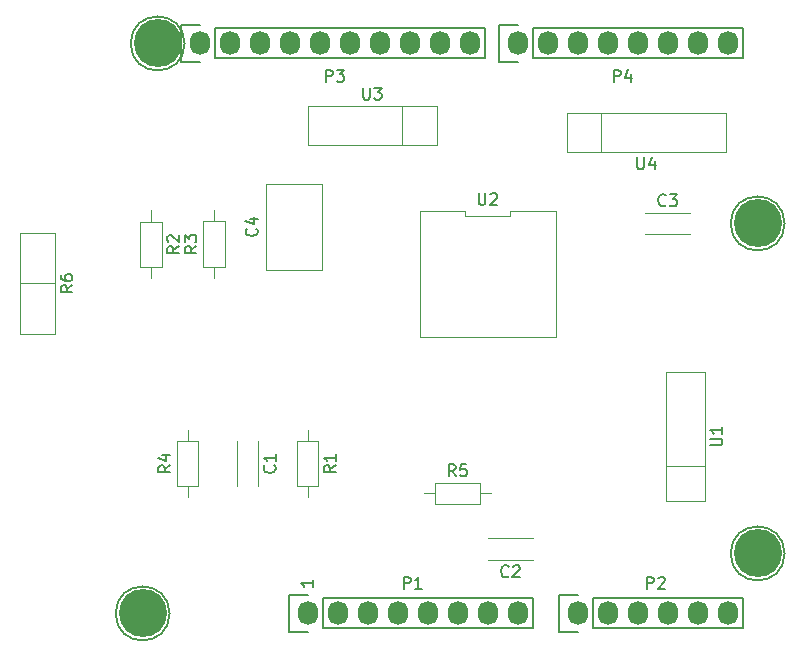
<source format=gbr>
%TF.GenerationSoftware,KiCad,Pcbnew,(6.0.1)*%
%TF.CreationDate,2022-03-25T16:32:43+01:00*%
%TF.ProjectId,pcb_capteur,7063625f-6361-4707-9465-75722e6b6963,rev?*%
%TF.SameCoordinates,Original*%
%TF.FileFunction,Legend,Top*%
%TF.FilePolarity,Positive*%
%FSLAX46Y46*%
G04 Gerber Fmt 4.6, Leading zero omitted, Abs format (unit mm)*
G04 Created by KiCad (PCBNEW (6.0.1)) date 2022-03-25 16:32:43*
%MOMM*%
%LPD*%
G01*
G04 APERTURE LIST*
%ADD10C,0.150000*%
%ADD11C,0.120000*%
%ADD12O,1.727200X2.032000*%
%ADD13C,4.064000*%
G04 APERTURE END LIST*
D10*
X139390380Y-120999285D02*
X139390380Y-121570714D01*
X139390380Y-121285000D02*
X138390380Y-121285000D01*
X138533238Y-121380238D01*
X138628476Y-121475476D01*
X138676095Y-121570714D01*
%TO.C,P1*%
X147089904Y-121737380D02*
X147089904Y-120737380D01*
X147470857Y-120737380D01*
X147566095Y-120785000D01*
X147613714Y-120832619D01*
X147661333Y-120927857D01*
X147661333Y-121070714D01*
X147613714Y-121165952D01*
X147566095Y-121213571D01*
X147470857Y-121261190D01*
X147089904Y-121261190D01*
X148613714Y-121737380D02*
X148042285Y-121737380D01*
X148328000Y-121737380D02*
X148328000Y-120737380D01*
X148232761Y-120880238D01*
X148137523Y-120975476D01*
X148042285Y-121023095D01*
%TO.C,P2*%
X167663904Y-121737380D02*
X167663904Y-120737380D01*
X168044857Y-120737380D01*
X168140095Y-120785000D01*
X168187714Y-120832619D01*
X168235333Y-120927857D01*
X168235333Y-121070714D01*
X168187714Y-121165952D01*
X168140095Y-121213571D01*
X168044857Y-121261190D01*
X167663904Y-121261190D01*
X168616285Y-120832619D02*
X168663904Y-120785000D01*
X168759142Y-120737380D01*
X168997238Y-120737380D01*
X169092476Y-120785000D01*
X169140095Y-120832619D01*
X169187714Y-120927857D01*
X169187714Y-121023095D01*
X169140095Y-121165952D01*
X168568666Y-121737380D01*
X169187714Y-121737380D01*
%TO.C,P3*%
X140485904Y-78811380D02*
X140485904Y-77811380D01*
X140866857Y-77811380D01*
X140962095Y-77859000D01*
X141009714Y-77906619D01*
X141057333Y-78001857D01*
X141057333Y-78144714D01*
X141009714Y-78239952D01*
X140962095Y-78287571D01*
X140866857Y-78335190D01*
X140485904Y-78335190D01*
X141390666Y-77811380D02*
X142009714Y-77811380D01*
X141676380Y-78192333D01*
X141819238Y-78192333D01*
X141914476Y-78239952D01*
X141962095Y-78287571D01*
X142009714Y-78382809D01*
X142009714Y-78620904D01*
X141962095Y-78716142D01*
X141914476Y-78763761D01*
X141819238Y-78811380D01*
X141533523Y-78811380D01*
X141438285Y-78763761D01*
X141390666Y-78716142D01*
%TO.C,P4*%
X164869904Y-78811380D02*
X164869904Y-77811380D01*
X165250857Y-77811380D01*
X165346095Y-77859000D01*
X165393714Y-77906619D01*
X165441333Y-78001857D01*
X165441333Y-78144714D01*
X165393714Y-78239952D01*
X165346095Y-78287571D01*
X165250857Y-78335190D01*
X164869904Y-78335190D01*
X166298476Y-78144714D02*
X166298476Y-78811380D01*
X166060380Y-77763761D02*
X165822285Y-78478047D01*
X166441333Y-78478047D01*
%TO.C,C2*%
X155950055Y-120660262D02*
X155902436Y-120707881D01*
X155759579Y-120755500D01*
X155664341Y-120755500D01*
X155521483Y-120707881D01*
X155426245Y-120612643D01*
X155378626Y-120517405D01*
X155331007Y-120326929D01*
X155331007Y-120184072D01*
X155378626Y-119993596D01*
X155426245Y-119898358D01*
X155521483Y-119803120D01*
X155664341Y-119755500D01*
X155759579Y-119755500D01*
X155902436Y-119803120D01*
X155950055Y-119850739D01*
X156331007Y-119850739D02*
X156378626Y-119803120D01*
X156473864Y-119755500D01*
X156711960Y-119755500D01*
X156807198Y-119803120D01*
X156854817Y-119850739D01*
X156902436Y-119945977D01*
X156902436Y-120041215D01*
X156854817Y-120184072D01*
X156283388Y-120755500D01*
X156902436Y-120755500D01*
%TO.C,R5*%
X151471333Y-112197380D02*
X151138000Y-111721190D01*
X150899904Y-112197380D02*
X150899904Y-111197380D01*
X151280857Y-111197380D01*
X151376095Y-111245000D01*
X151423714Y-111292619D01*
X151471333Y-111387857D01*
X151471333Y-111530714D01*
X151423714Y-111625952D01*
X151376095Y-111673571D01*
X151280857Y-111721190D01*
X150899904Y-111721190D01*
X152376095Y-111197380D02*
X151899904Y-111197380D01*
X151852285Y-111673571D01*
X151899904Y-111625952D01*
X151995142Y-111578333D01*
X152233238Y-111578333D01*
X152328476Y-111625952D01*
X152376095Y-111673571D01*
X152423714Y-111768809D01*
X152423714Y-112006904D01*
X152376095Y-112102142D01*
X152328476Y-112149761D01*
X152233238Y-112197380D01*
X151995142Y-112197380D01*
X151899904Y-112149761D01*
X151852285Y-112102142D01*
%TO.C,C4*%
X134606671Y-91250490D02*
X134654290Y-91298109D01*
X134701909Y-91440966D01*
X134701909Y-91536204D01*
X134654290Y-91679062D01*
X134559052Y-91774300D01*
X134463814Y-91821919D01*
X134273338Y-91869538D01*
X134130481Y-91869538D01*
X133940005Y-91821919D01*
X133844767Y-91774300D01*
X133749529Y-91679062D01*
X133701909Y-91536204D01*
X133701909Y-91440966D01*
X133749529Y-91298109D01*
X133797148Y-91250490D01*
X134035243Y-90393347D02*
X134701909Y-90393347D01*
X133654290Y-90631443D02*
X134368576Y-90869538D01*
X134368576Y-90250490D01*
%TO.C,C1*%
X136135142Y-111291666D02*
X136182761Y-111339285D01*
X136230380Y-111482142D01*
X136230380Y-111577380D01*
X136182761Y-111720238D01*
X136087523Y-111815476D01*
X135992285Y-111863095D01*
X135801809Y-111910714D01*
X135658952Y-111910714D01*
X135468476Y-111863095D01*
X135373238Y-111815476D01*
X135278000Y-111720238D01*
X135230380Y-111577380D01*
X135230380Y-111482142D01*
X135278000Y-111339285D01*
X135325619Y-111291666D01*
X136230380Y-110339285D02*
X136230380Y-110910714D01*
X136230380Y-110625000D02*
X135230380Y-110625000D01*
X135373238Y-110720238D01*
X135468476Y-110815476D01*
X135516095Y-110910714D01*
%TO.C,U1*%
X173040223Y-109600315D02*
X173849747Y-109600315D01*
X173944985Y-109552696D01*
X173992604Y-109505077D01*
X174040223Y-109409839D01*
X174040223Y-109219363D01*
X173992604Y-109124125D01*
X173944985Y-109076506D01*
X173849747Y-109028887D01*
X173040223Y-109028887D01*
X174040223Y-108028887D02*
X174040223Y-108600315D01*
X174040223Y-108314601D02*
X173040223Y-108314601D01*
X173183081Y-108409839D01*
X173278319Y-108505077D01*
X173325938Y-108600315D01*
%TO.C,U2*%
X153416095Y-88237380D02*
X153416095Y-89046904D01*
X153463714Y-89142142D01*
X153511333Y-89189761D01*
X153606571Y-89237380D01*
X153797047Y-89237380D01*
X153892285Y-89189761D01*
X153939904Y-89142142D01*
X153987523Y-89046904D01*
X153987523Y-88237380D01*
X154416095Y-88332619D02*
X154463714Y-88285000D01*
X154558952Y-88237380D01*
X154797047Y-88237380D01*
X154892285Y-88285000D01*
X154939904Y-88332619D01*
X154987523Y-88427857D01*
X154987523Y-88523095D01*
X154939904Y-88665952D01*
X154368476Y-89237380D01*
X154987523Y-89237380D01*
%TO.C,U3*%
X143631976Y-79317340D02*
X143631976Y-80126864D01*
X143679595Y-80222102D01*
X143727214Y-80269721D01*
X143822452Y-80317340D01*
X144012928Y-80317340D01*
X144108166Y-80269721D01*
X144155785Y-80222102D01*
X144203404Y-80126864D01*
X144203404Y-79317340D01*
X144584357Y-79317340D02*
X145203404Y-79317340D01*
X144870071Y-79698293D01*
X145012928Y-79698293D01*
X145108166Y-79745912D01*
X145155785Y-79793531D01*
X145203404Y-79888769D01*
X145203404Y-80126864D01*
X145155785Y-80222102D01*
X145108166Y-80269721D01*
X145012928Y-80317340D01*
X144727214Y-80317340D01*
X144631976Y-80269721D01*
X144584357Y-80222102D01*
%TO.C,C3*%
X169251333Y-89242142D02*
X169203714Y-89289761D01*
X169060857Y-89337380D01*
X168965619Y-89337380D01*
X168822761Y-89289761D01*
X168727523Y-89194523D01*
X168679904Y-89099285D01*
X168632285Y-88908809D01*
X168632285Y-88765952D01*
X168679904Y-88575476D01*
X168727523Y-88480238D01*
X168822761Y-88385000D01*
X168965619Y-88337380D01*
X169060857Y-88337380D01*
X169203714Y-88385000D01*
X169251333Y-88432619D01*
X169584666Y-88337380D02*
X170203714Y-88337380D01*
X169870380Y-88718333D01*
X170013238Y-88718333D01*
X170108476Y-88765952D01*
X170156095Y-88813571D01*
X170203714Y-88908809D01*
X170203714Y-89146904D01*
X170156095Y-89242142D01*
X170108476Y-89289761D01*
X170013238Y-89337380D01*
X169727523Y-89337380D01*
X169632285Y-89289761D01*
X169584666Y-89242142D01*
%TO.C,R2*%
X128057553Y-92735757D02*
X127581363Y-93069091D01*
X128057553Y-93307186D02*
X127057553Y-93307186D01*
X127057553Y-92926233D01*
X127105173Y-92830995D01*
X127152792Y-92783376D01*
X127248030Y-92735757D01*
X127390887Y-92735757D01*
X127486125Y-92783376D01*
X127533744Y-92830995D01*
X127581363Y-92926233D01*
X127581363Y-93307186D01*
X127152792Y-92354805D02*
X127105173Y-92307186D01*
X127057553Y-92211948D01*
X127057553Y-91973852D01*
X127105173Y-91878614D01*
X127152792Y-91830995D01*
X127248030Y-91783376D01*
X127343268Y-91783376D01*
X127486125Y-91830995D01*
X128057553Y-92402424D01*
X128057553Y-91783376D01*
%TO.C,R1*%
X141310380Y-111291666D02*
X140834190Y-111625000D01*
X141310380Y-111863095D02*
X140310380Y-111863095D01*
X140310380Y-111482142D01*
X140358000Y-111386904D01*
X140405619Y-111339285D01*
X140500857Y-111291666D01*
X140643714Y-111291666D01*
X140738952Y-111339285D01*
X140786571Y-111386904D01*
X140834190Y-111482142D01*
X140834190Y-111863095D01*
X141310380Y-110339285D02*
X141310380Y-110910714D01*
X141310380Y-110625000D02*
X140310380Y-110625000D01*
X140453238Y-110720238D01*
X140548476Y-110815476D01*
X140596095Y-110910714D01*
%TO.C,R4*%
X127310380Y-111291666D02*
X126834190Y-111625000D01*
X127310380Y-111863095D02*
X126310380Y-111863095D01*
X126310380Y-111482142D01*
X126358000Y-111386904D01*
X126405619Y-111339285D01*
X126500857Y-111291666D01*
X126643714Y-111291666D01*
X126738952Y-111339285D01*
X126786571Y-111386904D01*
X126834190Y-111482142D01*
X126834190Y-111863095D01*
X126643714Y-110434523D02*
X127310380Y-110434523D01*
X126262761Y-110672619D02*
X126977047Y-110910714D01*
X126977047Y-110291666D01*
%TO.C,R6*%
X119030380Y-96051666D02*
X118554190Y-96385000D01*
X119030380Y-96623095D02*
X118030380Y-96623095D01*
X118030380Y-96242142D01*
X118078000Y-96146904D01*
X118125619Y-96099285D01*
X118220857Y-96051666D01*
X118363714Y-96051666D01*
X118458952Y-96099285D01*
X118506571Y-96146904D01*
X118554190Y-96242142D01*
X118554190Y-96623095D01*
X118030380Y-95194523D02*
X118030380Y-95385000D01*
X118078000Y-95480238D01*
X118125619Y-95527857D01*
X118268476Y-95623095D01*
X118458952Y-95670714D01*
X118839904Y-95670714D01*
X118935142Y-95623095D01*
X118982761Y-95575476D01*
X119030380Y-95480238D01*
X119030380Y-95289761D01*
X118982761Y-95194523D01*
X118935142Y-95146904D01*
X118839904Y-95099285D01*
X118601809Y-95099285D01*
X118506571Y-95146904D01*
X118458952Y-95194523D01*
X118411333Y-95289761D01*
X118411333Y-95480238D01*
X118458952Y-95575476D01*
X118506571Y-95623095D01*
X118601809Y-95670714D01*
%TO.C,U4*%
X166840278Y-85218909D02*
X166840278Y-86028433D01*
X166887897Y-86123671D01*
X166935516Y-86171290D01*
X167030754Y-86218909D01*
X167221230Y-86218909D01*
X167316468Y-86171290D01*
X167364087Y-86123671D01*
X167411706Y-86028433D01*
X167411706Y-85218909D01*
X168316468Y-85552243D02*
X168316468Y-86218909D01*
X168078373Y-85171290D02*
X167840278Y-85885576D01*
X168459325Y-85885576D01*
%TO.C,R3*%
X129530380Y-92721666D02*
X129054190Y-93055000D01*
X129530380Y-93293095D02*
X128530380Y-93293095D01*
X128530380Y-92912142D01*
X128578000Y-92816904D01*
X128625619Y-92769285D01*
X128720857Y-92721666D01*
X128863714Y-92721666D01*
X128958952Y-92769285D01*
X129006571Y-92816904D01*
X129054190Y-92912142D01*
X129054190Y-93293095D01*
X128530380Y-92388333D02*
X128530380Y-91769285D01*
X128911333Y-92102619D01*
X128911333Y-91959761D01*
X128958952Y-91864523D01*
X129006571Y-91816904D01*
X129101809Y-91769285D01*
X129339904Y-91769285D01*
X129435142Y-91816904D01*
X129482761Y-91864523D01*
X129530380Y-91959761D01*
X129530380Y-92245476D01*
X129482761Y-92340714D01*
X129435142Y-92388333D01*
%TO.C,P1*%
X157988000Y-125095000D02*
X157988000Y-122555000D01*
X140208000Y-125095000D02*
X157988000Y-125095000D01*
X157988000Y-122555000D02*
X140208000Y-122555000D01*
X138938000Y-122275000D02*
X137388000Y-122275000D01*
X137388000Y-122275000D02*
X137388000Y-125375000D01*
X137388000Y-125375000D02*
X138938000Y-125375000D01*
X140208000Y-125095000D02*
X140208000Y-122555000D01*
%TO.C,P2*%
X163068000Y-125095000D02*
X163068000Y-122555000D01*
X161798000Y-122275000D02*
X160248000Y-122275000D01*
X175768000Y-122555000D02*
X163068000Y-122555000D01*
X163068000Y-125095000D02*
X175768000Y-125095000D01*
X175768000Y-125095000D02*
X175768000Y-122555000D01*
X160248000Y-122275000D02*
X160248000Y-125375000D01*
X160248000Y-125375000D02*
X161798000Y-125375000D01*
%TO.C,P3*%
X128244000Y-74015000D02*
X128244000Y-77115000D01*
X131064000Y-76835000D02*
X153924000Y-76835000D01*
X153924000Y-76835000D02*
X153924000Y-74295000D01*
X153924000Y-74295000D02*
X131064000Y-74295000D01*
X129794000Y-74015000D02*
X128244000Y-74015000D01*
X128244000Y-77115000D02*
X129794000Y-77115000D01*
X131064000Y-76835000D02*
X131064000Y-74295000D01*
%TO.C,P4*%
X175768000Y-74295000D02*
X157988000Y-74295000D01*
X155168000Y-77115000D02*
X156718000Y-77115000D01*
X157988000Y-76835000D02*
X175768000Y-76835000D01*
X157988000Y-76835000D02*
X157988000Y-74295000D01*
X156718000Y-74015000D02*
X155168000Y-74015000D01*
X175768000Y-76835000D02*
X175768000Y-74295000D01*
X155168000Y-74015000D02*
X155168000Y-77115000D01*
%TO.C,P5*%
X127254000Y-123825000D02*
G75*
G03*
X127254000Y-123825000I-2286000J0D01*
G01*
%TO.C,P6*%
X179324000Y-118745000D02*
G75*
G03*
X179324000Y-118745000I-2286000J0D01*
G01*
%TO.C,P7*%
X128524000Y-75565000D02*
G75*
G03*
X128524000Y-75565000I-2286000J0D01*
G01*
%TO.C,P8*%
X179324000Y-90805000D02*
G75*
G03*
X179324000Y-90805000I-2286000J0D01*
G01*
D11*
%TO.C,C2*%
X158036722Y-119303120D02*
X154196722Y-119303120D01*
X158036722Y-117463120D02*
X154196722Y-117463120D01*
%TO.C,R5*%
X149718000Y-112745000D02*
X149718000Y-114585000D01*
X149718000Y-114585000D02*
X153558000Y-114585000D01*
X154508000Y-113665000D02*
X153558000Y-113665000D01*
X153558000Y-112745000D02*
X149718000Y-112745000D01*
X153558000Y-114585000D02*
X153558000Y-112745000D01*
X148768000Y-113665000D02*
X149718000Y-113665000D01*
%TO.C,C4*%
X135379529Y-94703824D02*
X140119529Y-94703824D01*
X140119529Y-94703824D02*
X140119529Y-87463824D01*
X135379529Y-87463824D02*
X140119529Y-87463824D01*
X135379529Y-94703824D02*
X135379529Y-87463824D01*
%TO.C,C1*%
X134778000Y-109205000D02*
X134778000Y-113045000D01*
X132938000Y-109205000D02*
X132938000Y-113045000D01*
%TO.C,U1*%
X169287843Y-114298411D02*
X169287843Y-103378411D01*
X169287843Y-111378411D02*
X172587843Y-111378411D01*
X172587843Y-103378411D02*
X172587843Y-114298411D01*
X172587843Y-114298411D02*
X169287843Y-114298411D01*
X169287843Y-103378411D02*
X172587843Y-103378411D01*
%TO.C,U2*%
X148418000Y-89785000D02*
X148418000Y-100405000D01*
X156098000Y-89785000D02*
X156098000Y-90145000D01*
X152258001Y-90145000D02*
X152258001Y-89785000D01*
X152258001Y-89785000D02*
X148418000Y-89785000D01*
X159938000Y-100405000D02*
X159938000Y-89785000D01*
X156098000Y-90145000D02*
X152258001Y-90145000D01*
X159938000Y-89785000D02*
X156098000Y-89785000D01*
X148418000Y-100405000D02*
X159938000Y-100405000D01*
%TO.C,U3*%
X138933881Y-80864960D02*
X149853881Y-80864960D01*
X149853881Y-84164960D02*
X138933881Y-84164960D01*
X149853881Y-80864960D02*
X149853881Y-84164960D01*
X138933881Y-84164960D02*
X138933881Y-80864960D01*
X146933881Y-84164960D02*
X146933881Y-80864960D01*
%TO.C,C3*%
X167498000Y-91725000D02*
X171338000Y-91725000D01*
X167498000Y-89885000D02*
X171338000Y-89885000D01*
%TO.C,R2*%
X126605173Y-90649091D02*
X124765173Y-90649091D01*
X124765173Y-94489091D02*
X126605173Y-94489091D01*
X126605173Y-94489091D02*
X126605173Y-90649091D01*
X125685173Y-89699091D02*
X125685173Y-90649091D01*
X124765173Y-90649091D02*
X124765173Y-94489091D01*
X125685173Y-95439091D02*
X125685173Y-94489091D01*
%TO.C,R1*%
X139858000Y-113045000D02*
X139858000Y-109205000D01*
X139858000Y-109205000D02*
X138018000Y-109205000D01*
X138938000Y-108255000D02*
X138938000Y-109205000D01*
X138938000Y-113995000D02*
X138938000Y-113045000D01*
X138018000Y-113045000D02*
X139858000Y-113045000D01*
X138018000Y-109205000D02*
X138018000Y-113045000D01*
%TO.C,R4*%
X128778000Y-113995000D02*
X128778000Y-113045000D01*
X127858000Y-113045000D02*
X129698000Y-113045000D01*
X129698000Y-113045000D02*
X129698000Y-109205000D01*
X127858000Y-109205000D02*
X127858000Y-113045000D01*
X128778000Y-108255000D02*
X128778000Y-109205000D01*
X129698000Y-109205000D02*
X127858000Y-109205000D01*
%TO.C,R6*%
X114578000Y-91635000D02*
X117578000Y-91635000D01*
X117578000Y-91635000D02*
X117578000Y-100135000D01*
X114578000Y-95885000D02*
X117578000Y-95885000D01*
X114578000Y-100135000D02*
X114578000Y-91635000D01*
X117578000Y-100135000D02*
X114578000Y-100135000D01*
%TO.C,U4*%
X163792183Y-81466529D02*
X163792183Y-84766529D01*
X160872183Y-84766529D02*
X160872183Y-81466529D01*
X174332183Y-81466529D02*
X174332183Y-84766529D01*
X174332183Y-84766529D02*
X160872183Y-84766529D01*
X160872183Y-81466529D02*
X174332183Y-81466529D01*
%TO.C,R3*%
X130998000Y-89685000D02*
X130998000Y-90635000D01*
X130078000Y-94475000D02*
X131918000Y-94475000D01*
X131918000Y-90635000D02*
X130078000Y-90635000D01*
X131918000Y-94475000D02*
X131918000Y-90635000D01*
X130998000Y-95425000D02*
X130998000Y-94475000D01*
X130078000Y-90635000D02*
X130078000Y-94475000D01*
%TD*%
D12*
%TO.C,P1*%
X138938000Y-123825000D03*
X141478000Y-123825000D03*
X144018000Y-123825000D03*
X146558000Y-123825000D03*
X149098000Y-123825000D03*
X151638000Y-123825000D03*
X154178000Y-123825000D03*
X156718000Y-123825000D03*
%TD*%
%TO.C,P2*%
X161798000Y-123825000D03*
X164338000Y-123825000D03*
X166878000Y-123825000D03*
X169418000Y-123825000D03*
X171958000Y-123825000D03*
X174498000Y-123825000D03*
%TD*%
%TO.C,P3*%
X129794000Y-75565000D03*
X132334000Y-75565000D03*
X134874000Y-75565000D03*
X137414000Y-75565000D03*
X139954000Y-75565000D03*
X142494000Y-75565000D03*
X145034000Y-75565000D03*
X147574000Y-75565000D03*
X150114000Y-75565000D03*
X152654000Y-75565000D03*
%TD*%
%TO.C,P4*%
X156718000Y-75565000D03*
X159258000Y-75565000D03*
X161798000Y-75565000D03*
X164338000Y-75565000D03*
X166878000Y-75565000D03*
X169418000Y-75565000D03*
X171958000Y-75565000D03*
X174498000Y-75565000D03*
%TD*%
D13*
%TO.C,P5*%
X124968000Y-123825000D03*
%TD*%
%TO.C,P6*%
X177038000Y-118745000D03*
%TD*%
%TO.C,P7*%
X126238000Y-75565000D03*
%TD*%
%TO.C,P8*%
X177038000Y-90805000D03*
%TD*%
M02*

</source>
